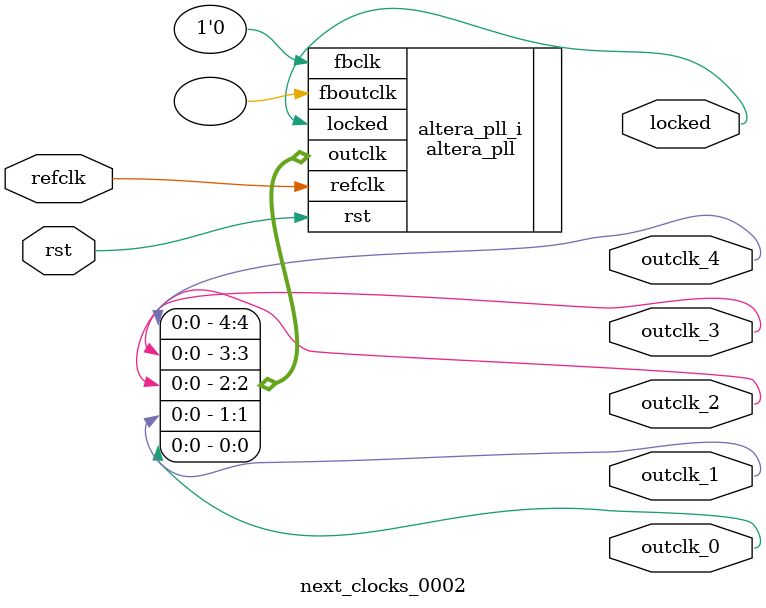
<source format=v>
`timescale 1ns/10ps
module  next_clocks_0002(

	// interface 'refclk'
	input wire refclk,

	// interface 'reset'
	input wire rst,

	// interface 'outclk0'
	output wire outclk_0,

	// interface 'outclk1'
	output wire outclk_1,

	// interface 'outclk2'
	output wire outclk_2,

	// interface 'outclk3'
	output wire outclk_3,

	// interface 'outclk4'
	output wire outclk_4,

	// interface 'locked'
	output wire locked
);

	altera_pll #(
		.fractional_vco_multiplier("false"),
		.reference_clock_frequency("50.0 MHz"),
		.operation_mode("direct"),
		.number_of_clocks(5),
		.output_clock_frequency0("28.000000 MHz"),
		.phase_shift0("0 ps"),
		.duty_cycle0(50),
		.output_clock_frequency1("28.000000 MHz"),
		.phase_shift1("17857 ps"),
		.duty_cycle1(50),
		.output_clock_frequency2("14.000000 MHz"),
		.phase_shift2("0 ps"),
		.duty_cycle2(50),
		.output_clock_frequency3("7.000000 MHz"),
		.phase_shift3("0 ps"),
		.duty_cycle3(50),
		.output_clock_frequency4("140.000000 MHz"),
		.phase_shift4("0 ps"),
		.duty_cycle4(50),
		.output_clock_frequency5("0 MHz"),
		.phase_shift5("0 ps"),
		.duty_cycle5(50),
		.output_clock_frequency6("0 MHz"),
		.phase_shift6("0 ps"),
		.duty_cycle6(50),
		.output_clock_frequency7("0 MHz"),
		.phase_shift7("0 ps"),
		.duty_cycle7(50),
		.output_clock_frequency8("0 MHz"),
		.phase_shift8("0 ps"),
		.duty_cycle8(50),
		.output_clock_frequency9("0 MHz"),
		.phase_shift9("0 ps"),
		.duty_cycle9(50),
		.output_clock_frequency10("0 MHz"),
		.phase_shift10("0 ps"),
		.duty_cycle10(50),
		.output_clock_frequency11("0 MHz"),
		.phase_shift11("0 ps"),
		.duty_cycle11(50),
		.output_clock_frequency12("0 MHz"),
		.phase_shift12("0 ps"),
		.duty_cycle12(50),
		.output_clock_frequency13("0 MHz"),
		.phase_shift13("0 ps"),
		.duty_cycle13(50),
		.output_clock_frequency14("0 MHz"),
		.phase_shift14("0 ps"),
		.duty_cycle14(50),
		.output_clock_frequency15("0 MHz"),
		.phase_shift15("0 ps"),
		.duty_cycle15(50),
		.output_clock_frequency16("0 MHz"),
		.phase_shift16("0 ps"),
		.duty_cycle16(50),
		.output_clock_frequency17("0 MHz"),
		.phase_shift17("0 ps"),
		.duty_cycle17(50),
		.pll_type("General"),
		.pll_subtype("General")
	) altera_pll_i (
		.rst	(rst),
		.outclk	({outclk_4, outclk_3, outclk_2, outclk_1, outclk_0}),
		.locked	(locked),
		.fboutclk	( ),
		.fbclk	(1'b0),
		.refclk	(refclk)
	);
endmodule


</source>
